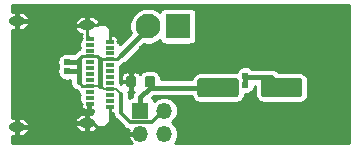
<source format=gtl>
G04 #@! TF.GenerationSoftware,KiCad,Pcbnew,(5.1.0-47-g8a7e501fe)*
G04 #@! TF.CreationDate,2019-04-01T01:15:26-05:00*
G04 #@! TF.ProjectId,usb_c_wien_bridge,7573625f-635f-4776-9965-6e5f62726964,0.1a*
G04 #@! TF.SameCoordinates,Original*
G04 #@! TF.FileFunction,Copper,L1,Top*
G04 #@! TF.FilePolarity,Positive*
%FSLAX46Y46*%
G04 Gerber Fmt 4.6, Leading zero omitted, Abs format (unit mm)*
G04 Created by KiCad (PCBNEW (5.1.0-47-g8a7e501fe)) date 2019-04-01 01:15:26*
%MOMM*%
%LPD*%
G04 APERTURE LIST*
%ADD10C,0.100000*%
%ADD11C,1.600000*%
%ADD12C,2.100000*%
%ADD13R,2.100000X2.100000*%
%ADD14C,0.875000*%
%ADD15O,1.350000X1.350000*%
%ADD16R,1.350000X1.350000*%
%ADD17O,1.400000X0.800000*%
%ADD18R,0.700000X0.300000*%
%ADD19C,0.609600*%
%ADD20C,0.254000*%
%ADD21C,0.203200*%
%ADD22C,0.304800*%
%ADD23C,0.457200*%
G04 APERTURE END LIST*
D10*
G36*
X145509504Y-96229204D02*
G01*
X145533773Y-96232804D01*
X145557571Y-96238765D01*
X145580671Y-96247030D01*
X145602849Y-96257520D01*
X145623893Y-96270133D01*
X145643598Y-96284747D01*
X145661777Y-96301223D01*
X145678253Y-96319402D01*
X145692867Y-96339107D01*
X145705480Y-96360151D01*
X145715970Y-96382329D01*
X145724235Y-96405429D01*
X145730196Y-96429227D01*
X145733796Y-96453496D01*
X145735000Y-96478000D01*
X145735000Y-97578000D01*
X145733796Y-97602504D01*
X145730196Y-97626773D01*
X145724235Y-97650571D01*
X145715970Y-97673671D01*
X145705480Y-97695849D01*
X145692867Y-97716893D01*
X145678253Y-97736598D01*
X145661777Y-97754777D01*
X145643598Y-97771253D01*
X145623893Y-97785867D01*
X145602849Y-97798480D01*
X145580671Y-97808970D01*
X145557571Y-97817235D01*
X145533773Y-97823196D01*
X145509504Y-97826796D01*
X145485000Y-97828000D01*
X142485000Y-97828000D01*
X142460496Y-97826796D01*
X142436227Y-97823196D01*
X142412429Y-97817235D01*
X142389329Y-97808970D01*
X142367151Y-97798480D01*
X142346107Y-97785867D01*
X142326402Y-97771253D01*
X142308223Y-97754777D01*
X142291747Y-97736598D01*
X142277133Y-97716893D01*
X142264520Y-97695849D01*
X142254030Y-97673671D01*
X142245765Y-97650571D01*
X142239804Y-97626773D01*
X142236204Y-97602504D01*
X142235000Y-97578000D01*
X142235000Y-96478000D01*
X142236204Y-96453496D01*
X142239804Y-96429227D01*
X142245765Y-96405429D01*
X142254030Y-96382329D01*
X142264520Y-96360151D01*
X142277133Y-96339107D01*
X142291747Y-96319402D01*
X142308223Y-96301223D01*
X142326402Y-96284747D01*
X142346107Y-96270133D01*
X142367151Y-96257520D01*
X142389329Y-96247030D01*
X142412429Y-96238765D01*
X142436227Y-96232804D01*
X142460496Y-96229204D01*
X142485000Y-96228000D01*
X145485000Y-96228000D01*
X145509504Y-96229204D01*
X145509504Y-96229204D01*
G37*
D11*
X143985000Y-97028000D03*
D10*
G36*
X150909504Y-96229204D02*
G01*
X150933773Y-96232804D01*
X150957571Y-96238765D01*
X150980671Y-96247030D01*
X151002849Y-96257520D01*
X151023893Y-96270133D01*
X151043598Y-96284747D01*
X151061777Y-96301223D01*
X151078253Y-96319402D01*
X151092867Y-96339107D01*
X151105480Y-96360151D01*
X151115970Y-96382329D01*
X151124235Y-96405429D01*
X151130196Y-96429227D01*
X151133796Y-96453496D01*
X151135000Y-96478000D01*
X151135000Y-97578000D01*
X151133796Y-97602504D01*
X151130196Y-97626773D01*
X151124235Y-97650571D01*
X151115970Y-97673671D01*
X151105480Y-97695849D01*
X151092867Y-97716893D01*
X151078253Y-97736598D01*
X151061777Y-97754777D01*
X151043598Y-97771253D01*
X151023893Y-97785867D01*
X151002849Y-97798480D01*
X150980671Y-97808970D01*
X150957571Y-97817235D01*
X150933773Y-97823196D01*
X150909504Y-97826796D01*
X150885000Y-97828000D01*
X147885000Y-97828000D01*
X147860496Y-97826796D01*
X147836227Y-97823196D01*
X147812429Y-97817235D01*
X147789329Y-97808970D01*
X147767151Y-97798480D01*
X147746107Y-97785867D01*
X147726402Y-97771253D01*
X147708223Y-97754777D01*
X147691747Y-97736598D01*
X147677133Y-97716893D01*
X147664520Y-97695849D01*
X147654030Y-97673671D01*
X147645765Y-97650571D01*
X147639804Y-97626773D01*
X147636204Y-97602504D01*
X147635000Y-97578000D01*
X147635000Y-96478000D01*
X147636204Y-96453496D01*
X147639804Y-96429227D01*
X147645765Y-96405429D01*
X147654030Y-96382329D01*
X147664520Y-96360151D01*
X147677133Y-96339107D01*
X147691747Y-96319402D01*
X147708223Y-96301223D01*
X147726402Y-96284747D01*
X147746107Y-96270133D01*
X147767151Y-96257520D01*
X147789329Y-96247030D01*
X147812429Y-96238765D01*
X147836227Y-96232804D01*
X147860496Y-96229204D01*
X147885000Y-96228000D01*
X150885000Y-96228000D01*
X150909504Y-96229204D01*
X150909504Y-96229204D01*
G37*
D11*
X149385000Y-97028000D03*
D12*
X138049000Y-91821000D03*
D13*
X140589000Y-91821000D03*
D10*
G36*
X136866691Y-96046053D02*
G01*
X136887926Y-96049203D01*
X136908750Y-96054419D01*
X136928962Y-96061651D01*
X136948368Y-96070830D01*
X136966781Y-96081866D01*
X136984024Y-96094654D01*
X136999930Y-96109070D01*
X137014346Y-96124976D01*
X137027134Y-96142219D01*
X137038170Y-96160632D01*
X137047349Y-96180038D01*
X137054581Y-96200250D01*
X137059797Y-96221074D01*
X137062947Y-96242309D01*
X137064000Y-96263750D01*
X137064000Y-96776250D01*
X137062947Y-96797691D01*
X137059797Y-96818926D01*
X137054581Y-96839750D01*
X137047349Y-96859962D01*
X137038170Y-96879368D01*
X137027134Y-96897781D01*
X137014346Y-96915024D01*
X136999930Y-96930930D01*
X136984024Y-96945346D01*
X136966781Y-96958134D01*
X136948368Y-96969170D01*
X136928962Y-96978349D01*
X136908750Y-96985581D01*
X136887926Y-96990797D01*
X136866691Y-96993947D01*
X136845250Y-96995000D01*
X136407750Y-96995000D01*
X136386309Y-96993947D01*
X136365074Y-96990797D01*
X136344250Y-96985581D01*
X136324038Y-96978349D01*
X136304632Y-96969170D01*
X136286219Y-96958134D01*
X136268976Y-96945346D01*
X136253070Y-96930930D01*
X136238654Y-96915024D01*
X136225866Y-96897781D01*
X136214830Y-96879368D01*
X136205651Y-96859962D01*
X136198419Y-96839750D01*
X136193203Y-96818926D01*
X136190053Y-96797691D01*
X136189000Y-96776250D01*
X136189000Y-96263750D01*
X136190053Y-96242309D01*
X136193203Y-96221074D01*
X136198419Y-96200250D01*
X136205651Y-96180038D01*
X136214830Y-96160632D01*
X136225866Y-96142219D01*
X136238654Y-96124976D01*
X136253070Y-96109070D01*
X136268976Y-96094654D01*
X136286219Y-96081866D01*
X136304632Y-96070830D01*
X136324038Y-96061651D01*
X136344250Y-96054419D01*
X136365074Y-96049203D01*
X136386309Y-96046053D01*
X136407750Y-96045000D01*
X136845250Y-96045000D01*
X136866691Y-96046053D01*
X136866691Y-96046053D01*
G37*
D14*
X136626500Y-96520000D03*
D10*
G36*
X138441691Y-96046053D02*
G01*
X138462926Y-96049203D01*
X138483750Y-96054419D01*
X138503962Y-96061651D01*
X138523368Y-96070830D01*
X138541781Y-96081866D01*
X138559024Y-96094654D01*
X138574930Y-96109070D01*
X138589346Y-96124976D01*
X138602134Y-96142219D01*
X138613170Y-96160632D01*
X138622349Y-96180038D01*
X138629581Y-96200250D01*
X138634797Y-96221074D01*
X138637947Y-96242309D01*
X138639000Y-96263750D01*
X138639000Y-96776250D01*
X138637947Y-96797691D01*
X138634797Y-96818926D01*
X138629581Y-96839750D01*
X138622349Y-96859962D01*
X138613170Y-96879368D01*
X138602134Y-96897781D01*
X138589346Y-96915024D01*
X138574930Y-96930930D01*
X138559024Y-96945346D01*
X138541781Y-96958134D01*
X138523368Y-96969170D01*
X138503962Y-96978349D01*
X138483750Y-96985581D01*
X138462926Y-96990797D01*
X138441691Y-96993947D01*
X138420250Y-96995000D01*
X137982750Y-96995000D01*
X137961309Y-96993947D01*
X137940074Y-96990797D01*
X137919250Y-96985581D01*
X137899038Y-96978349D01*
X137879632Y-96969170D01*
X137861219Y-96958134D01*
X137843976Y-96945346D01*
X137828070Y-96930930D01*
X137813654Y-96915024D01*
X137800866Y-96897781D01*
X137789830Y-96879368D01*
X137780651Y-96859962D01*
X137773419Y-96839750D01*
X137768203Y-96818926D01*
X137765053Y-96797691D01*
X137764000Y-96776250D01*
X137764000Y-96263750D01*
X137765053Y-96242309D01*
X137768203Y-96221074D01*
X137773419Y-96200250D01*
X137780651Y-96180038D01*
X137789830Y-96160632D01*
X137800866Y-96142219D01*
X137813654Y-96124976D01*
X137828070Y-96109070D01*
X137843976Y-96094654D01*
X137861219Y-96081866D01*
X137879632Y-96070830D01*
X137899038Y-96061651D01*
X137919250Y-96054419D01*
X137940074Y-96049203D01*
X137961309Y-96046053D01*
X137982750Y-96045000D01*
X138420250Y-96045000D01*
X138441691Y-96046053D01*
X138441691Y-96046053D01*
G37*
D14*
X138201500Y-96520000D03*
D15*
X139414000Y-100965000D03*
X139414000Y-98965000D03*
X137414000Y-100965000D03*
D16*
X137414000Y-98965000D03*
D17*
X132904000Y-91755000D03*
D18*
X134814000Y-93135000D03*
X134814000Y-93635000D03*
X134814000Y-94135000D03*
X134814000Y-94635000D03*
X134814000Y-95135000D03*
X134814000Y-95635000D03*
X134814000Y-96135000D03*
X134814000Y-98635000D03*
X134814000Y-97635000D03*
X134814000Y-97135000D03*
X134814000Y-96635000D03*
X134814000Y-98135000D03*
X133114000Y-98385000D03*
D17*
X132904000Y-100015000D03*
X126954000Y-100375000D03*
X126954000Y-91395000D03*
D18*
X133114000Y-97885000D03*
X133114000Y-97385000D03*
X133114000Y-96885000D03*
X133114000Y-96385000D03*
X133114000Y-95885000D03*
X133114000Y-95385000D03*
X133114000Y-94885000D03*
X133114000Y-94385000D03*
X133114000Y-93885000D03*
X133114000Y-93385000D03*
X133114000Y-92885000D03*
D19*
X131572000Y-92837000D03*
X137541000Y-93726000D03*
X135890000Y-91821000D03*
X130810000Y-100330000D03*
X152273000Y-93472000D03*
X145542000Y-94742000D03*
X128397000Y-93345000D03*
X127254000Y-94488000D03*
X148082000Y-99568000D03*
X154908250Y-100711000D03*
X154908250Y-95631000D03*
X154908250Y-91059000D03*
X144653000Y-99568000D03*
X142748000Y-99568000D03*
X131191000Y-94869000D03*
X131191000Y-95631000D03*
X146304000Y-96774000D03*
X146304000Y-96012000D03*
D20*
X133841039Y-91632999D02*
X133719038Y-91755000D01*
X133204000Y-91755000D02*
X132904000Y-91755000D01*
X134466961Y-91632999D02*
X133841039Y-91632999D01*
X134814000Y-93135000D02*
X134814000Y-91980038D01*
X133719038Y-91755000D02*
X133204000Y-91755000D01*
X134814000Y-91980038D02*
X134466961Y-91632999D01*
X132904000Y-92675000D02*
X132904000Y-91755000D01*
X133114000Y-92885000D02*
X132904000Y-92675000D01*
X133416000Y-100015000D02*
X132904000Y-100015000D01*
X133731000Y-100330000D02*
X133416000Y-100015000D01*
X134381081Y-100330000D02*
X133731000Y-100330000D01*
X134814000Y-98635000D02*
X134814000Y-99897081D01*
X134814000Y-99897081D02*
X134381081Y-100330000D01*
X132969000Y-99950000D02*
X132904000Y-100015000D01*
X133114000Y-98385000D02*
X132969000Y-98530000D01*
X132969000Y-98530000D02*
X132969000Y-99950000D01*
D21*
X134356798Y-97135000D02*
X134814000Y-97135000D01*
X134106798Y-96885000D02*
X134356798Y-97135000D01*
X135367200Y-97135000D02*
X135763000Y-97530800D01*
X134814000Y-97135000D02*
X135367200Y-97135000D01*
D22*
X138739001Y-99639999D02*
X139414000Y-98965000D01*
X138434199Y-99944801D02*
X138739001Y-99639999D01*
X136495159Y-99944801D02*
X138434199Y-99944801D01*
X135763000Y-99212642D02*
X136495159Y-99944801D01*
X135763000Y-97530800D02*
X135763000Y-99212642D01*
D20*
X134210000Y-94635000D02*
X134814000Y-94635000D01*
X133968000Y-94635000D02*
X134210000Y-94635000D01*
X133718000Y-94385000D02*
X133968000Y-94635000D01*
X133114000Y-94385000D02*
X133718000Y-94385000D01*
X135418000Y-94635000D02*
X135763000Y-94290000D01*
X134814000Y-94635000D02*
X135418000Y-94635000D01*
D23*
X133969000Y-96885000D02*
X133969000Y-94636000D01*
D21*
X133969000Y-96885000D02*
X134106798Y-96885000D01*
X133969000Y-94636000D02*
X133968000Y-94635000D01*
X133114000Y-96885000D02*
X133969000Y-96885000D01*
D20*
X132207000Y-94609249D02*
X132207000Y-94688000D01*
X133114000Y-94385000D02*
X132431249Y-94385000D01*
X132431249Y-94385000D02*
X132207000Y-94609249D01*
X132510000Y-96885000D02*
X133114000Y-96885000D01*
X132207000Y-96582000D02*
X132510000Y-96885000D01*
D23*
X131191000Y-94869000D02*
X132207000Y-94869000D01*
X132207000Y-94688000D02*
X132207000Y-94869000D01*
X131191000Y-95631000D02*
X132207000Y-95631000D01*
X132207000Y-94869000D02*
X132207000Y-95631000D01*
X132207000Y-95631000D02*
X132207000Y-96582000D01*
X138049000Y-92004000D02*
X138049000Y-91821000D01*
X135763000Y-94290000D02*
X138049000Y-92004000D01*
X148514290Y-96157290D02*
X146412710Y-96157290D01*
X149385000Y-97028000D02*
X148514290Y-96157290D01*
X146304000Y-96012000D02*
X146304000Y-96266000D01*
X146412710Y-96157290D02*
X146304000Y-96266000D01*
X146304000Y-96266000D02*
X146304000Y-96774000D01*
X137414000Y-97832800D02*
X137414000Y-98965000D01*
X138218800Y-97028000D02*
X137414000Y-97832800D01*
X143985000Y-97028000D02*
X138218800Y-97028000D01*
X138201500Y-97010700D02*
X138218800Y-97028000D01*
X138201500Y-96520000D02*
X138201500Y-97010700D01*
D20*
G36*
X155054300Y-101714300D02*
G01*
X140329446Y-101714300D01*
X140402388Y-101625420D01*
X140512238Y-101419905D01*
X140579883Y-101196909D01*
X140602724Y-100965000D01*
X140579883Y-100733091D01*
X140512238Y-100510095D01*
X140402388Y-100304580D01*
X140254555Y-100124445D01*
X140074420Y-99976612D01*
X140052695Y-99965000D01*
X140074420Y-99953388D01*
X140254555Y-99805555D01*
X140402388Y-99625420D01*
X140512238Y-99419905D01*
X140579883Y-99196909D01*
X140602724Y-98965000D01*
X140579883Y-98733091D01*
X140512238Y-98510095D01*
X140402388Y-98304580D01*
X140254555Y-98124445D01*
X140074420Y-97976612D01*
X139868905Y-97866762D01*
X139645909Y-97799117D01*
X139472117Y-97782000D01*
X139355883Y-97782000D01*
X139182091Y-97799117D01*
X138959095Y-97866762D01*
X138753580Y-97976612D01*
X138573445Y-98124445D01*
X138570665Y-98127833D01*
X138560601Y-98094657D01*
X138513429Y-98006405D01*
X138449948Y-97929052D01*
X138400246Y-97888263D01*
X138523910Y-97764600D01*
X141750756Y-97764600D01*
X141782429Y-97869014D01*
X141852703Y-98000487D01*
X141947276Y-98115724D01*
X142062513Y-98210297D01*
X142193986Y-98280571D01*
X142336642Y-98323845D01*
X142485000Y-98338457D01*
X145485000Y-98338457D01*
X145633358Y-98323845D01*
X145776014Y-98280571D01*
X145907487Y-98210297D01*
X146022724Y-98115724D01*
X146117297Y-98000487D01*
X146187571Y-97869014D01*
X146230845Y-97726358D01*
X146244590Y-97586800D01*
X146384054Y-97586800D01*
X146541085Y-97555565D01*
X146689005Y-97494294D01*
X146822130Y-97405343D01*
X146935343Y-97292130D01*
X147024294Y-97159005D01*
X147085565Y-97011085D01*
X147108876Y-96893890D01*
X147124543Y-96893890D01*
X147124543Y-97578000D01*
X147139155Y-97726358D01*
X147182429Y-97869014D01*
X147252703Y-98000487D01*
X147347276Y-98115724D01*
X147462513Y-98210297D01*
X147593986Y-98280571D01*
X147736642Y-98323845D01*
X147885000Y-98338457D01*
X150885000Y-98338457D01*
X151033358Y-98323845D01*
X151176014Y-98280571D01*
X151307487Y-98210297D01*
X151422724Y-98115724D01*
X151517297Y-98000487D01*
X151587571Y-97869014D01*
X151630845Y-97726358D01*
X151645457Y-97578000D01*
X151645457Y-96478000D01*
X151630845Y-96329642D01*
X151587571Y-96186986D01*
X151517297Y-96055513D01*
X151422724Y-95940276D01*
X151307487Y-95845703D01*
X151176014Y-95775429D01*
X151033358Y-95732155D01*
X150885000Y-95717543D01*
X149116252Y-95717543D01*
X149060735Y-95662026D01*
X149037665Y-95633915D01*
X148925503Y-95541866D01*
X148797539Y-95473468D01*
X148658689Y-95431348D01*
X148550476Y-95420690D01*
X148550473Y-95420690D01*
X148514290Y-95417126D01*
X148478107Y-95420690D01*
X146862163Y-95420690D01*
X146822130Y-95380657D01*
X146689005Y-95291706D01*
X146541085Y-95230435D01*
X146384054Y-95199200D01*
X146223946Y-95199200D01*
X146066915Y-95230435D01*
X145918995Y-95291706D01*
X145785870Y-95380657D01*
X145672657Y-95493870D01*
X145583706Y-95626995D01*
X145543801Y-95723334D01*
X145485000Y-95717543D01*
X142485000Y-95717543D01*
X142336642Y-95732155D01*
X142193986Y-95775429D01*
X142062513Y-95845703D01*
X141947276Y-95940276D01*
X141852703Y-96055513D01*
X141782429Y-96186986D01*
X141750756Y-96291400D01*
X139149457Y-96291400D01*
X139149457Y-96263750D01*
X139135445Y-96121489D01*
X139093949Y-95984695D01*
X139026563Y-95858624D01*
X138935877Y-95748123D01*
X138825376Y-95657437D01*
X138699305Y-95590051D01*
X138562511Y-95548555D01*
X138420250Y-95534543D01*
X137982750Y-95534543D01*
X137840489Y-95548555D01*
X137703695Y-95590051D01*
X137577624Y-95657437D01*
X137467123Y-95748123D01*
X137388520Y-95843900D01*
X137382322Y-95832304D01*
X137334711Y-95774289D01*
X137276696Y-95726678D01*
X137210508Y-95691299D01*
X137138689Y-95669513D01*
X137064000Y-95662157D01*
X136785250Y-95664000D01*
X136690000Y-95759250D01*
X136690000Y-96456500D01*
X136710000Y-96456500D01*
X136710000Y-96583500D01*
X136690000Y-96583500D01*
X136690000Y-97280750D01*
X136785250Y-97376000D01*
X136835715Y-97376334D01*
X136798576Y-97421588D01*
X136730178Y-97549552D01*
X136688058Y-97688402D01*
X136678495Y-97785502D01*
X136639415Y-97789351D01*
X136543657Y-97818399D01*
X136455405Y-97865571D01*
X136423400Y-97891836D01*
X136423400Y-97498361D01*
X136413844Y-97401339D01*
X136406281Y-97376406D01*
X136467750Y-97376000D01*
X136563000Y-97280750D01*
X136563000Y-96583500D01*
X135903250Y-96583500D01*
X135808000Y-96678750D01*
X135807812Y-96710969D01*
X135800338Y-96701862D01*
X135707514Y-96625684D01*
X135674457Y-96608015D01*
X135674457Y-96485000D01*
X135664649Y-96385415D01*
X135664523Y-96385000D01*
X135664649Y-96384585D01*
X135674457Y-96285000D01*
X135674457Y-96045000D01*
X135806157Y-96045000D01*
X135808000Y-96361250D01*
X135903250Y-96456500D01*
X136563000Y-96456500D01*
X136563000Y-95759250D01*
X136467750Y-95664000D01*
X136189000Y-95662157D01*
X136114311Y-95669513D01*
X136042492Y-95691299D01*
X135976304Y-95726678D01*
X135918289Y-95774289D01*
X135870678Y-95832304D01*
X135835299Y-95898492D01*
X135813513Y-95970311D01*
X135806157Y-96045000D01*
X135674457Y-96045000D01*
X135674457Y-95985000D01*
X135664649Y-95885415D01*
X135664523Y-95885000D01*
X135664649Y-95884585D01*
X135674457Y-95785000D01*
X135674457Y-95485000D01*
X135664649Y-95385415D01*
X135664523Y-95385000D01*
X135664649Y-95384585D01*
X135674457Y-95285000D01*
X135674457Y-95217940D01*
X135772494Y-95165537D01*
X135869185Y-95086185D01*
X135889074Y-95061950D01*
X135947138Y-95003886D01*
X136046247Y-94973822D01*
X136174212Y-94905424D01*
X136258267Y-94836442D01*
X137745547Y-93349162D01*
X137895550Y-93379000D01*
X138202450Y-93379000D01*
X138503452Y-93319126D01*
X138786990Y-93201681D01*
X139042167Y-93031177D01*
X139053342Y-93020002D01*
X139067399Y-93066343D01*
X139114571Y-93154595D01*
X139178052Y-93231948D01*
X139255405Y-93295429D01*
X139343657Y-93342601D01*
X139439415Y-93371649D01*
X139539000Y-93381457D01*
X141639000Y-93381457D01*
X141738585Y-93371649D01*
X141834343Y-93342601D01*
X141922595Y-93295429D01*
X141999948Y-93231948D01*
X142063429Y-93154595D01*
X142110601Y-93066343D01*
X142139649Y-92970585D01*
X142149457Y-92871000D01*
X142149457Y-90771000D01*
X142139649Y-90671415D01*
X142110601Y-90575657D01*
X142063429Y-90487405D01*
X141999948Y-90410052D01*
X141922595Y-90346571D01*
X141834343Y-90299399D01*
X141738585Y-90270351D01*
X141639000Y-90260543D01*
X139539000Y-90260543D01*
X139439415Y-90270351D01*
X139343657Y-90299399D01*
X139255405Y-90346571D01*
X139178052Y-90410052D01*
X139114571Y-90487405D01*
X139067399Y-90575657D01*
X139053342Y-90621998D01*
X139042167Y-90610823D01*
X138786990Y-90440319D01*
X138503452Y-90322874D01*
X138202450Y-90263000D01*
X137895550Y-90263000D01*
X137594548Y-90322874D01*
X137311010Y-90440319D01*
X137055833Y-90610823D01*
X136838823Y-90827833D01*
X136668319Y-91083010D01*
X136550874Y-91366548D01*
X136491000Y-91667550D01*
X136491000Y-91974450D01*
X136550874Y-92275452D01*
X136605049Y-92406242D01*
X135655625Y-93355666D01*
X135635601Y-93289657D01*
X135588429Y-93201405D01*
X135524948Y-93124052D01*
X135477026Y-93084724D01*
X135545000Y-93016750D01*
X135546843Y-92985000D01*
X135539487Y-92910311D01*
X135517701Y-92838492D01*
X135482322Y-92772304D01*
X135434711Y-92714289D01*
X135376696Y-92666678D01*
X135310508Y-92631299D01*
X135238689Y-92609513D01*
X135164000Y-92602157D01*
X134972750Y-92604000D01*
X134882165Y-92694585D01*
X134892195Y-92679574D01*
X134954989Y-92527977D01*
X134987000Y-92367043D01*
X134987000Y-92202957D01*
X134954989Y-92042023D01*
X134892195Y-91890426D01*
X134801034Y-91753993D01*
X134685007Y-91637966D01*
X134548574Y-91546805D01*
X134396977Y-91484011D01*
X134236043Y-91452000D01*
X134071957Y-91452000D01*
X133934458Y-91479350D01*
X133888657Y-91373897D01*
X133801152Y-91247650D01*
X133690699Y-91140900D01*
X133561542Y-91057750D01*
X133418645Y-91001395D01*
X133267500Y-90974000D01*
X132967500Y-90974000D01*
X132967500Y-91691500D01*
X132987500Y-91691500D01*
X132987500Y-91818500D01*
X132967500Y-91818500D01*
X132967500Y-91838500D01*
X132840500Y-91838500D01*
X132840500Y-91818500D01*
X131921196Y-91818500D01*
X131845103Y-91939489D01*
X131858149Y-91995210D01*
X131919343Y-92136103D01*
X132006848Y-92262350D01*
X132117301Y-92369100D01*
X132246458Y-92452250D01*
X132389355Y-92508605D01*
X132448172Y-92519265D01*
X132445678Y-92522304D01*
X132410299Y-92588492D01*
X132388513Y-92660311D01*
X132381157Y-92735000D01*
X132383000Y-92766750D01*
X132450974Y-92834724D01*
X132403052Y-92874052D01*
X132339571Y-92951405D01*
X132292399Y-93039657D01*
X132263351Y-93135415D01*
X132253543Y-93235000D01*
X132253543Y-93535000D01*
X132263351Y-93634585D01*
X132263477Y-93635000D01*
X132263351Y-93635415D01*
X132253543Y-93735000D01*
X132253543Y-93775333D01*
X132187069Y-93795498D01*
X132076755Y-93854463D01*
X131980064Y-93933815D01*
X131960175Y-93958050D01*
X131902904Y-94015321D01*
X131795787Y-94072576D01*
X131722892Y-94132400D01*
X131536639Y-94132400D01*
X131428085Y-94087435D01*
X131271054Y-94056200D01*
X131110946Y-94056200D01*
X130953915Y-94087435D01*
X130805995Y-94148706D01*
X130672870Y-94237657D01*
X130559657Y-94350870D01*
X130470706Y-94483995D01*
X130409435Y-94631915D01*
X130378200Y-94788946D01*
X130378200Y-94949054D01*
X130409435Y-95106085D01*
X130469047Y-95250000D01*
X130409435Y-95393915D01*
X130378200Y-95550946D01*
X130378200Y-95711054D01*
X130409435Y-95868085D01*
X130470706Y-96016005D01*
X130559657Y-96149130D01*
X130672870Y-96262343D01*
X130805995Y-96351294D01*
X130953915Y-96412565D01*
X131110946Y-96443800D01*
X131271054Y-96443800D01*
X131428085Y-96412565D01*
X131470401Y-96395037D01*
X131470401Y-96618186D01*
X131481059Y-96726399D01*
X131523179Y-96865249D01*
X131591577Y-96993213D01*
X131683626Y-97105375D01*
X131795788Y-97197424D01*
X131923752Y-97265822D01*
X132022862Y-97295887D01*
X132038930Y-97311954D01*
X132058815Y-97336185D01*
X132083044Y-97356069D01*
X132155507Y-97415538D01*
X132222609Y-97451405D01*
X132253543Y-97467940D01*
X132253543Y-97535000D01*
X132263351Y-97634585D01*
X132263477Y-97635000D01*
X132263351Y-97635415D01*
X132253543Y-97735000D01*
X132253543Y-98035000D01*
X132263351Y-98134585D01*
X132292399Y-98230343D01*
X132339571Y-98318595D01*
X132403052Y-98395948D01*
X132450974Y-98435276D01*
X132383000Y-98503250D01*
X132381157Y-98535000D01*
X132388513Y-98609689D01*
X132410299Y-98681508D01*
X132445678Y-98747696D01*
X132493289Y-98805711D01*
X132551304Y-98853322D01*
X132617492Y-98888701D01*
X132689311Y-98910487D01*
X132764000Y-98917843D01*
X132955250Y-98916000D01*
X133050500Y-98820750D01*
X133050500Y-98545457D01*
X133177500Y-98545457D01*
X133177500Y-98820750D01*
X133272750Y-98916000D01*
X133432608Y-98917540D01*
X133380685Y-99014682D01*
X133333053Y-99171704D01*
X133325875Y-99244581D01*
X133267500Y-99234000D01*
X132967500Y-99234000D01*
X132967500Y-99951500D01*
X132987500Y-99951500D01*
X132987500Y-100078500D01*
X132967500Y-100078500D01*
X132967500Y-100796000D01*
X133267500Y-100796000D01*
X133418645Y-100768605D01*
X133561542Y-100712250D01*
X133690699Y-100629100D01*
X133801152Y-100522350D01*
X133872112Y-100419973D01*
X133990704Y-100455947D01*
X134154000Y-100472030D01*
X134317295Y-100455947D01*
X134474317Y-100408315D01*
X134619028Y-100330965D01*
X134745870Y-100226870D01*
X134849965Y-100100029D01*
X134927315Y-99955318D01*
X134974947Y-99798296D01*
X134987000Y-99675918D01*
X134987000Y-99294083D01*
X134974947Y-99171705D01*
X134973218Y-99166005D01*
X135102601Y-99167251D01*
X135102601Y-99180194D01*
X135099405Y-99212642D01*
X135112156Y-99342102D01*
X135149918Y-99466588D01*
X135149919Y-99466589D01*
X135211242Y-99581316D01*
X135293768Y-99681875D01*
X135318967Y-99702555D01*
X136005245Y-100388834D01*
X136025926Y-100414034D01*
X136126485Y-100496560D01*
X136241212Y-100557883D01*
X136365698Y-100595645D01*
X136427098Y-100601692D01*
X136382819Y-100737385D01*
X136455158Y-100901500D01*
X137350500Y-100901500D01*
X137350500Y-100881500D01*
X137477500Y-100881500D01*
X137477500Y-100901500D01*
X137497500Y-100901500D01*
X137497500Y-101028500D01*
X137477500Y-101028500D01*
X137477500Y-101048500D01*
X137350500Y-101048500D01*
X137350500Y-101028500D01*
X136455158Y-101028500D01*
X136382819Y-101192615D01*
X136447038Y-101389415D01*
X136548417Y-101569905D01*
X136672058Y-101714300D01*
X126504700Y-101714300D01*
X126504700Y-101140449D01*
X126590500Y-101156000D01*
X126890500Y-101156000D01*
X126890500Y-100438500D01*
X127017500Y-100438500D01*
X127017500Y-101156000D01*
X127317500Y-101156000D01*
X127468645Y-101128605D01*
X127611542Y-101072250D01*
X127740699Y-100989100D01*
X127851152Y-100882350D01*
X127938657Y-100756103D01*
X127999851Y-100615210D01*
X128012897Y-100559489D01*
X127936804Y-100438500D01*
X127017500Y-100438500D01*
X126890500Y-100438500D01*
X126870500Y-100438500D01*
X126870500Y-100311500D01*
X126890500Y-100311500D01*
X126890500Y-99594000D01*
X127017500Y-99594000D01*
X127017500Y-100311500D01*
X127936804Y-100311500D01*
X128007250Y-100199489D01*
X131845103Y-100199489D01*
X131858149Y-100255210D01*
X131919343Y-100396103D01*
X132006848Y-100522350D01*
X132117301Y-100629100D01*
X132246458Y-100712250D01*
X132389355Y-100768605D01*
X132540500Y-100796000D01*
X132840500Y-100796000D01*
X132840500Y-100078500D01*
X131921196Y-100078500D01*
X131845103Y-100199489D01*
X128007250Y-100199489D01*
X128012897Y-100190511D01*
X127999851Y-100134790D01*
X127938657Y-99993897D01*
X127851152Y-99867650D01*
X127812725Y-99830511D01*
X131845103Y-99830511D01*
X131921196Y-99951500D01*
X132840500Y-99951500D01*
X132840500Y-99234000D01*
X132540500Y-99234000D01*
X132389355Y-99261395D01*
X132246458Y-99317750D01*
X132117301Y-99400900D01*
X132006848Y-99507650D01*
X131919343Y-99633897D01*
X131858149Y-99774790D01*
X131845103Y-99830511D01*
X127812725Y-99830511D01*
X127740699Y-99760900D01*
X127611542Y-99677750D01*
X127468645Y-99621395D01*
X127317500Y-99594000D01*
X127017500Y-99594000D01*
X126890500Y-99594000D01*
X126590500Y-99594000D01*
X126504700Y-99609551D01*
X126504700Y-92160449D01*
X126590500Y-92176000D01*
X126890500Y-92176000D01*
X126890500Y-91458500D01*
X127017500Y-91458500D01*
X127017500Y-92176000D01*
X127317500Y-92176000D01*
X127468645Y-92148605D01*
X127611542Y-92092250D01*
X127740699Y-92009100D01*
X127851152Y-91902350D01*
X127938657Y-91776103D01*
X127999851Y-91635210D01*
X128012897Y-91579489D01*
X128007251Y-91570511D01*
X131845103Y-91570511D01*
X131921196Y-91691500D01*
X132840500Y-91691500D01*
X132840500Y-90974000D01*
X132540500Y-90974000D01*
X132389355Y-91001395D01*
X132246458Y-91057750D01*
X132117301Y-91140900D01*
X132006848Y-91247650D01*
X131919343Y-91373897D01*
X131858149Y-91514790D01*
X131845103Y-91570511D01*
X128007251Y-91570511D01*
X127936804Y-91458500D01*
X127017500Y-91458500D01*
X126890500Y-91458500D01*
X126870500Y-91458500D01*
X126870500Y-91331500D01*
X126890500Y-91331500D01*
X126890500Y-90614000D01*
X127017500Y-90614000D01*
X127017500Y-91331500D01*
X127936804Y-91331500D01*
X128012897Y-91210511D01*
X127999851Y-91154790D01*
X127938657Y-91013897D01*
X127851152Y-90887650D01*
X127740699Y-90780900D01*
X127611542Y-90697750D01*
X127468645Y-90641395D01*
X127317500Y-90614000D01*
X127017500Y-90614000D01*
X126890500Y-90614000D01*
X126590500Y-90614000D01*
X126504700Y-90629551D01*
X126504700Y-90055700D01*
X155054301Y-90055700D01*
X155054300Y-101714300D01*
X155054300Y-101714300D01*
G37*
X155054300Y-101714300D02*
X140329446Y-101714300D01*
X140402388Y-101625420D01*
X140512238Y-101419905D01*
X140579883Y-101196909D01*
X140602724Y-100965000D01*
X140579883Y-100733091D01*
X140512238Y-100510095D01*
X140402388Y-100304580D01*
X140254555Y-100124445D01*
X140074420Y-99976612D01*
X140052695Y-99965000D01*
X140074420Y-99953388D01*
X140254555Y-99805555D01*
X140402388Y-99625420D01*
X140512238Y-99419905D01*
X140579883Y-99196909D01*
X140602724Y-98965000D01*
X140579883Y-98733091D01*
X140512238Y-98510095D01*
X140402388Y-98304580D01*
X140254555Y-98124445D01*
X140074420Y-97976612D01*
X139868905Y-97866762D01*
X139645909Y-97799117D01*
X139472117Y-97782000D01*
X139355883Y-97782000D01*
X139182091Y-97799117D01*
X138959095Y-97866762D01*
X138753580Y-97976612D01*
X138573445Y-98124445D01*
X138570665Y-98127833D01*
X138560601Y-98094657D01*
X138513429Y-98006405D01*
X138449948Y-97929052D01*
X138400246Y-97888263D01*
X138523910Y-97764600D01*
X141750756Y-97764600D01*
X141782429Y-97869014D01*
X141852703Y-98000487D01*
X141947276Y-98115724D01*
X142062513Y-98210297D01*
X142193986Y-98280571D01*
X142336642Y-98323845D01*
X142485000Y-98338457D01*
X145485000Y-98338457D01*
X145633358Y-98323845D01*
X145776014Y-98280571D01*
X145907487Y-98210297D01*
X146022724Y-98115724D01*
X146117297Y-98000487D01*
X146187571Y-97869014D01*
X146230845Y-97726358D01*
X146244590Y-97586800D01*
X146384054Y-97586800D01*
X146541085Y-97555565D01*
X146689005Y-97494294D01*
X146822130Y-97405343D01*
X146935343Y-97292130D01*
X147024294Y-97159005D01*
X147085565Y-97011085D01*
X147108876Y-96893890D01*
X147124543Y-96893890D01*
X147124543Y-97578000D01*
X147139155Y-97726358D01*
X147182429Y-97869014D01*
X147252703Y-98000487D01*
X147347276Y-98115724D01*
X147462513Y-98210297D01*
X147593986Y-98280571D01*
X147736642Y-98323845D01*
X147885000Y-98338457D01*
X150885000Y-98338457D01*
X151033358Y-98323845D01*
X151176014Y-98280571D01*
X151307487Y-98210297D01*
X151422724Y-98115724D01*
X151517297Y-98000487D01*
X151587571Y-97869014D01*
X151630845Y-97726358D01*
X151645457Y-97578000D01*
X151645457Y-96478000D01*
X151630845Y-96329642D01*
X151587571Y-96186986D01*
X151517297Y-96055513D01*
X151422724Y-95940276D01*
X151307487Y-95845703D01*
X151176014Y-95775429D01*
X151033358Y-95732155D01*
X150885000Y-95717543D01*
X149116252Y-95717543D01*
X149060735Y-95662026D01*
X149037665Y-95633915D01*
X148925503Y-95541866D01*
X148797539Y-95473468D01*
X148658689Y-95431348D01*
X148550476Y-95420690D01*
X148550473Y-95420690D01*
X148514290Y-95417126D01*
X148478107Y-95420690D01*
X146862163Y-95420690D01*
X146822130Y-95380657D01*
X146689005Y-95291706D01*
X146541085Y-95230435D01*
X146384054Y-95199200D01*
X146223946Y-95199200D01*
X146066915Y-95230435D01*
X145918995Y-95291706D01*
X145785870Y-95380657D01*
X145672657Y-95493870D01*
X145583706Y-95626995D01*
X145543801Y-95723334D01*
X145485000Y-95717543D01*
X142485000Y-95717543D01*
X142336642Y-95732155D01*
X142193986Y-95775429D01*
X142062513Y-95845703D01*
X141947276Y-95940276D01*
X141852703Y-96055513D01*
X141782429Y-96186986D01*
X141750756Y-96291400D01*
X139149457Y-96291400D01*
X139149457Y-96263750D01*
X139135445Y-96121489D01*
X139093949Y-95984695D01*
X139026563Y-95858624D01*
X138935877Y-95748123D01*
X138825376Y-95657437D01*
X138699305Y-95590051D01*
X138562511Y-95548555D01*
X138420250Y-95534543D01*
X137982750Y-95534543D01*
X137840489Y-95548555D01*
X137703695Y-95590051D01*
X137577624Y-95657437D01*
X137467123Y-95748123D01*
X137388520Y-95843900D01*
X137382322Y-95832304D01*
X137334711Y-95774289D01*
X137276696Y-95726678D01*
X137210508Y-95691299D01*
X137138689Y-95669513D01*
X137064000Y-95662157D01*
X136785250Y-95664000D01*
X136690000Y-95759250D01*
X136690000Y-96456500D01*
X136710000Y-96456500D01*
X136710000Y-96583500D01*
X136690000Y-96583500D01*
X136690000Y-97280750D01*
X136785250Y-97376000D01*
X136835715Y-97376334D01*
X136798576Y-97421588D01*
X136730178Y-97549552D01*
X136688058Y-97688402D01*
X136678495Y-97785502D01*
X136639415Y-97789351D01*
X136543657Y-97818399D01*
X136455405Y-97865571D01*
X136423400Y-97891836D01*
X136423400Y-97498361D01*
X136413844Y-97401339D01*
X136406281Y-97376406D01*
X136467750Y-97376000D01*
X136563000Y-97280750D01*
X136563000Y-96583500D01*
X135903250Y-96583500D01*
X135808000Y-96678750D01*
X135807812Y-96710969D01*
X135800338Y-96701862D01*
X135707514Y-96625684D01*
X135674457Y-96608015D01*
X135674457Y-96485000D01*
X135664649Y-96385415D01*
X135664523Y-96385000D01*
X135664649Y-96384585D01*
X135674457Y-96285000D01*
X135674457Y-96045000D01*
X135806157Y-96045000D01*
X135808000Y-96361250D01*
X135903250Y-96456500D01*
X136563000Y-96456500D01*
X136563000Y-95759250D01*
X136467750Y-95664000D01*
X136189000Y-95662157D01*
X136114311Y-95669513D01*
X136042492Y-95691299D01*
X135976304Y-95726678D01*
X135918289Y-95774289D01*
X135870678Y-95832304D01*
X135835299Y-95898492D01*
X135813513Y-95970311D01*
X135806157Y-96045000D01*
X135674457Y-96045000D01*
X135674457Y-95985000D01*
X135664649Y-95885415D01*
X135664523Y-95885000D01*
X135664649Y-95884585D01*
X135674457Y-95785000D01*
X135674457Y-95485000D01*
X135664649Y-95385415D01*
X135664523Y-95385000D01*
X135664649Y-95384585D01*
X135674457Y-95285000D01*
X135674457Y-95217940D01*
X135772494Y-95165537D01*
X135869185Y-95086185D01*
X135889074Y-95061950D01*
X135947138Y-95003886D01*
X136046247Y-94973822D01*
X136174212Y-94905424D01*
X136258267Y-94836442D01*
X137745547Y-93349162D01*
X137895550Y-93379000D01*
X138202450Y-93379000D01*
X138503452Y-93319126D01*
X138786990Y-93201681D01*
X139042167Y-93031177D01*
X139053342Y-93020002D01*
X139067399Y-93066343D01*
X139114571Y-93154595D01*
X139178052Y-93231948D01*
X139255405Y-93295429D01*
X139343657Y-93342601D01*
X139439415Y-93371649D01*
X139539000Y-93381457D01*
X141639000Y-93381457D01*
X141738585Y-93371649D01*
X141834343Y-93342601D01*
X141922595Y-93295429D01*
X141999948Y-93231948D01*
X142063429Y-93154595D01*
X142110601Y-93066343D01*
X142139649Y-92970585D01*
X142149457Y-92871000D01*
X142149457Y-90771000D01*
X142139649Y-90671415D01*
X142110601Y-90575657D01*
X142063429Y-90487405D01*
X141999948Y-90410052D01*
X141922595Y-90346571D01*
X141834343Y-90299399D01*
X141738585Y-90270351D01*
X141639000Y-90260543D01*
X139539000Y-90260543D01*
X139439415Y-90270351D01*
X139343657Y-90299399D01*
X139255405Y-90346571D01*
X139178052Y-90410052D01*
X139114571Y-90487405D01*
X139067399Y-90575657D01*
X139053342Y-90621998D01*
X139042167Y-90610823D01*
X138786990Y-90440319D01*
X138503452Y-90322874D01*
X138202450Y-90263000D01*
X137895550Y-90263000D01*
X137594548Y-90322874D01*
X137311010Y-90440319D01*
X137055833Y-90610823D01*
X136838823Y-90827833D01*
X136668319Y-91083010D01*
X136550874Y-91366548D01*
X136491000Y-91667550D01*
X136491000Y-91974450D01*
X136550874Y-92275452D01*
X136605049Y-92406242D01*
X135655625Y-93355666D01*
X135635601Y-93289657D01*
X135588429Y-93201405D01*
X135524948Y-93124052D01*
X135477026Y-93084724D01*
X135545000Y-93016750D01*
X135546843Y-92985000D01*
X135539487Y-92910311D01*
X135517701Y-92838492D01*
X135482322Y-92772304D01*
X135434711Y-92714289D01*
X135376696Y-92666678D01*
X135310508Y-92631299D01*
X135238689Y-92609513D01*
X135164000Y-92602157D01*
X134972750Y-92604000D01*
X134882165Y-92694585D01*
X134892195Y-92679574D01*
X134954989Y-92527977D01*
X134987000Y-92367043D01*
X134987000Y-92202957D01*
X134954989Y-92042023D01*
X134892195Y-91890426D01*
X134801034Y-91753993D01*
X134685007Y-91637966D01*
X134548574Y-91546805D01*
X134396977Y-91484011D01*
X134236043Y-91452000D01*
X134071957Y-91452000D01*
X133934458Y-91479350D01*
X133888657Y-91373897D01*
X133801152Y-91247650D01*
X133690699Y-91140900D01*
X133561542Y-91057750D01*
X133418645Y-91001395D01*
X133267500Y-90974000D01*
X132967500Y-90974000D01*
X132967500Y-91691500D01*
X132987500Y-91691500D01*
X132987500Y-91818500D01*
X132967500Y-91818500D01*
X132967500Y-91838500D01*
X132840500Y-91838500D01*
X132840500Y-91818500D01*
X131921196Y-91818500D01*
X131845103Y-91939489D01*
X131858149Y-91995210D01*
X131919343Y-92136103D01*
X132006848Y-92262350D01*
X132117301Y-92369100D01*
X132246458Y-92452250D01*
X132389355Y-92508605D01*
X132448172Y-92519265D01*
X132445678Y-92522304D01*
X132410299Y-92588492D01*
X132388513Y-92660311D01*
X132381157Y-92735000D01*
X132383000Y-92766750D01*
X132450974Y-92834724D01*
X132403052Y-92874052D01*
X132339571Y-92951405D01*
X132292399Y-93039657D01*
X132263351Y-93135415D01*
X132253543Y-93235000D01*
X132253543Y-93535000D01*
X132263351Y-93634585D01*
X132263477Y-93635000D01*
X132263351Y-93635415D01*
X132253543Y-93735000D01*
X132253543Y-93775333D01*
X132187069Y-93795498D01*
X132076755Y-93854463D01*
X131980064Y-93933815D01*
X131960175Y-93958050D01*
X131902904Y-94015321D01*
X131795787Y-94072576D01*
X131722892Y-94132400D01*
X131536639Y-94132400D01*
X131428085Y-94087435D01*
X131271054Y-94056200D01*
X131110946Y-94056200D01*
X130953915Y-94087435D01*
X130805995Y-94148706D01*
X130672870Y-94237657D01*
X130559657Y-94350870D01*
X130470706Y-94483995D01*
X130409435Y-94631915D01*
X130378200Y-94788946D01*
X130378200Y-94949054D01*
X130409435Y-95106085D01*
X130469047Y-95250000D01*
X130409435Y-95393915D01*
X130378200Y-95550946D01*
X130378200Y-95711054D01*
X130409435Y-95868085D01*
X130470706Y-96016005D01*
X130559657Y-96149130D01*
X130672870Y-96262343D01*
X130805995Y-96351294D01*
X130953915Y-96412565D01*
X131110946Y-96443800D01*
X131271054Y-96443800D01*
X131428085Y-96412565D01*
X131470401Y-96395037D01*
X131470401Y-96618186D01*
X131481059Y-96726399D01*
X131523179Y-96865249D01*
X131591577Y-96993213D01*
X131683626Y-97105375D01*
X131795788Y-97197424D01*
X131923752Y-97265822D01*
X132022862Y-97295887D01*
X132038930Y-97311954D01*
X132058815Y-97336185D01*
X132083044Y-97356069D01*
X132155507Y-97415538D01*
X132222609Y-97451405D01*
X132253543Y-97467940D01*
X132253543Y-97535000D01*
X132263351Y-97634585D01*
X132263477Y-97635000D01*
X132263351Y-97635415D01*
X132253543Y-97735000D01*
X132253543Y-98035000D01*
X132263351Y-98134585D01*
X132292399Y-98230343D01*
X132339571Y-98318595D01*
X132403052Y-98395948D01*
X132450974Y-98435276D01*
X132383000Y-98503250D01*
X132381157Y-98535000D01*
X132388513Y-98609689D01*
X132410299Y-98681508D01*
X132445678Y-98747696D01*
X132493289Y-98805711D01*
X132551304Y-98853322D01*
X132617492Y-98888701D01*
X132689311Y-98910487D01*
X132764000Y-98917843D01*
X132955250Y-98916000D01*
X133050500Y-98820750D01*
X133050500Y-98545457D01*
X133177500Y-98545457D01*
X133177500Y-98820750D01*
X133272750Y-98916000D01*
X133432608Y-98917540D01*
X133380685Y-99014682D01*
X133333053Y-99171704D01*
X133325875Y-99244581D01*
X133267500Y-99234000D01*
X132967500Y-99234000D01*
X132967500Y-99951500D01*
X132987500Y-99951500D01*
X132987500Y-100078500D01*
X132967500Y-100078500D01*
X132967500Y-100796000D01*
X133267500Y-100796000D01*
X133418645Y-100768605D01*
X133561542Y-100712250D01*
X133690699Y-100629100D01*
X133801152Y-100522350D01*
X133872112Y-100419973D01*
X133990704Y-100455947D01*
X134154000Y-100472030D01*
X134317295Y-100455947D01*
X134474317Y-100408315D01*
X134619028Y-100330965D01*
X134745870Y-100226870D01*
X134849965Y-100100029D01*
X134927315Y-99955318D01*
X134974947Y-99798296D01*
X134987000Y-99675918D01*
X134987000Y-99294083D01*
X134974947Y-99171705D01*
X134973218Y-99166005D01*
X135102601Y-99167251D01*
X135102601Y-99180194D01*
X135099405Y-99212642D01*
X135112156Y-99342102D01*
X135149918Y-99466588D01*
X135149919Y-99466589D01*
X135211242Y-99581316D01*
X135293768Y-99681875D01*
X135318967Y-99702555D01*
X136005245Y-100388834D01*
X136025926Y-100414034D01*
X136126485Y-100496560D01*
X136241212Y-100557883D01*
X136365698Y-100595645D01*
X136427098Y-100601692D01*
X136382819Y-100737385D01*
X136455158Y-100901500D01*
X137350500Y-100901500D01*
X137350500Y-100881500D01*
X137477500Y-100881500D01*
X137477500Y-100901500D01*
X137497500Y-100901500D01*
X137497500Y-101028500D01*
X137477500Y-101028500D01*
X137477500Y-101048500D01*
X137350500Y-101048500D01*
X137350500Y-101028500D01*
X136455158Y-101028500D01*
X136382819Y-101192615D01*
X136447038Y-101389415D01*
X136548417Y-101569905D01*
X136672058Y-101714300D01*
X126504700Y-101714300D01*
X126504700Y-101140449D01*
X126590500Y-101156000D01*
X126890500Y-101156000D01*
X126890500Y-100438500D01*
X127017500Y-100438500D01*
X127017500Y-101156000D01*
X127317500Y-101156000D01*
X127468645Y-101128605D01*
X127611542Y-101072250D01*
X127740699Y-100989100D01*
X127851152Y-100882350D01*
X127938657Y-100756103D01*
X127999851Y-100615210D01*
X128012897Y-100559489D01*
X127936804Y-100438500D01*
X127017500Y-100438500D01*
X126890500Y-100438500D01*
X126870500Y-100438500D01*
X126870500Y-100311500D01*
X126890500Y-100311500D01*
X126890500Y-99594000D01*
X127017500Y-99594000D01*
X127017500Y-100311500D01*
X127936804Y-100311500D01*
X128007250Y-100199489D01*
X131845103Y-100199489D01*
X131858149Y-100255210D01*
X131919343Y-100396103D01*
X132006848Y-100522350D01*
X132117301Y-100629100D01*
X132246458Y-100712250D01*
X132389355Y-100768605D01*
X132540500Y-100796000D01*
X132840500Y-100796000D01*
X132840500Y-100078500D01*
X131921196Y-100078500D01*
X131845103Y-100199489D01*
X128007250Y-100199489D01*
X128012897Y-100190511D01*
X127999851Y-100134790D01*
X127938657Y-99993897D01*
X127851152Y-99867650D01*
X127812725Y-99830511D01*
X131845103Y-99830511D01*
X131921196Y-99951500D01*
X132840500Y-99951500D01*
X132840500Y-99234000D01*
X132540500Y-99234000D01*
X132389355Y-99261395D01*
X132246458Y-99317750D01*
X132117301Y-99400900D01*
X132006848Y-99507650D01*
X131919343Y-99633897D01*
X131858149Y-99774790D01*
X131845103Y-99830511D01*
X127812725Y-99830511D01*
X127740699Y-99760900D01*
X127611542Y-99677750D01*
X127468645Y-99621395D01*
X127317500Y-99594000D01*
X127017500Y-99594000D01*
X126890500Y-99594000D01*
X126590500Y-99594000D01*
X126504700Y-99609551D01*
X126504700Y-92160449D01*
X126590500Y-92176000D01*
X126890500Y-92176000D01*
X126890500Y-91458500D01*
X127017500Y-91458500D01*
X127017500Y-92176000D01*
X127317500Y-92176000D01*
X127468645Y-92148605D01*
X127611542Y-92092250D01*
X127740699Y-92009100D01*
X127851152Y-91902350D01*
X127938657Y-91776103D01*
X127999851Y-91635210D01*
X128012897Y-91579489D01*
X128007251Y-91570511D01*
X131845103Y-91570511D01*
X131921196Y-91691500D01*
X132840500Y-91691500D01*
X132840500Y-90974000D01*
X132540500Y-90974000D01*
X132389355Y-91001395D01*
X132246458Y-91057750D01*
X132117301Y-91140900D01*
X132006848Y-91247650D01*
X131919343Y-91373897D01*
X131858149Y-91514790D01*
X131845103Y-91570511D01*
X128007251Y-91570511D01*
X127936804Y-91458500D01*
X127017500Y-91458500D01*
X126890500Y-91458500D01*
X126870500Y-91458500D01*
X126870500Y-91331500D01*
X126890500Y-91331500D01*
X126890500Y-90614000D01*
X127017500Y-90614000D01*
X127017500Y-91331500D01*
X127936804Y-91331500D01*
X128012897Y-91210511D01*
X127999851Y-91154790D01*
X127938657Y-91013897D01*
X127851152Y-90887650D01*
X127740699Y-90780900D01*
X127611542Y-90697750D01*
X127468645Y-90641395D01*
X127317500Y-90614000D01*
X127017500Y-90614000D01*
X126890500Y-90614000D01*
X126590500Y-90614000D01*
X126504700Y-90629551D01*
X126504700Y-90055700D01*
X155054301Y-90055700D01*
X155054300Y-101714300D01*
M02*

</source>
